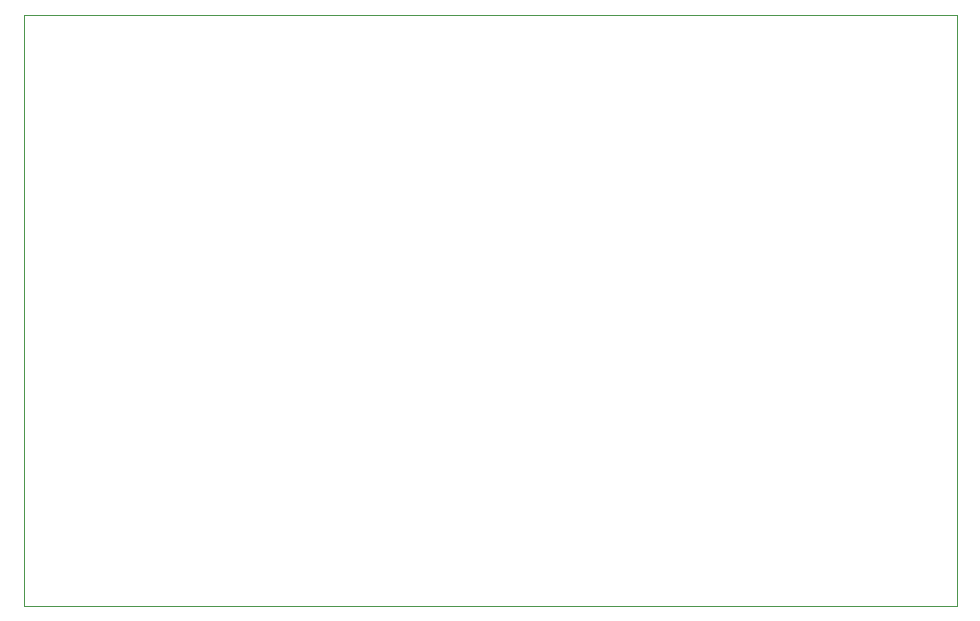
<source format=gbr>
%TF.GenerationSoftware,KiCad,Pcbnew,5.1.10*%
%TF.CreationDate,2021-05-25T23:34:38-06:00*%
%TF.ProjectId,mountaineer,6d6f756e-7461-4696-9e65-65722e6b6963,2*%
%TF.SameCoordinates,Original*%
%TF.FileFunction,Profile,NP*%
%FSLAX46Y46*%
G04 Gerber Fmt 4.6, Leading zero omitted, Abs format (unit mm)*
G04 Created by KiCad (PCBNEW 5.1.10) date 2021-05-25 23:34:38*
%MOMM*%
%LPD*%
G01*
G04 APERTURE LIST*
%TA.AperFunction,Profile*%
%ADD10C,0.050000*%
%TD*%
G04 APERTURE END LIST*
D10*
X115000000Y-82000000D02*
X194000000Y-82000000D01*
X194000000Y-82000000D02*
X194000000Y-132000000D01*
X194000000Y-132000000D02*
X115000000Y-132000000D01*
X115000000Y-132000000D02*
X115000000Y-82000000D01*
M02*

</source>
